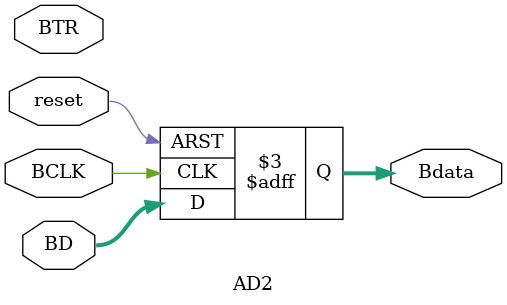
<source format=v>
module AD2(
input           reset,          //系统复位
input           BCLK,           //采样时钟，不超过65MHz
input           BTR,            //通道二，超出量程标志
input   [11:0]  BD,             //12位AD数据

output  reg [11:0]  Bdata           //AD1采集的数据
);

always@(posedge BCLK or negedge reset)
begin
    if(!reset)
        Bdata<=12'd0;
    else 
        Bdata<=BD;
end

endmodule
</source>
